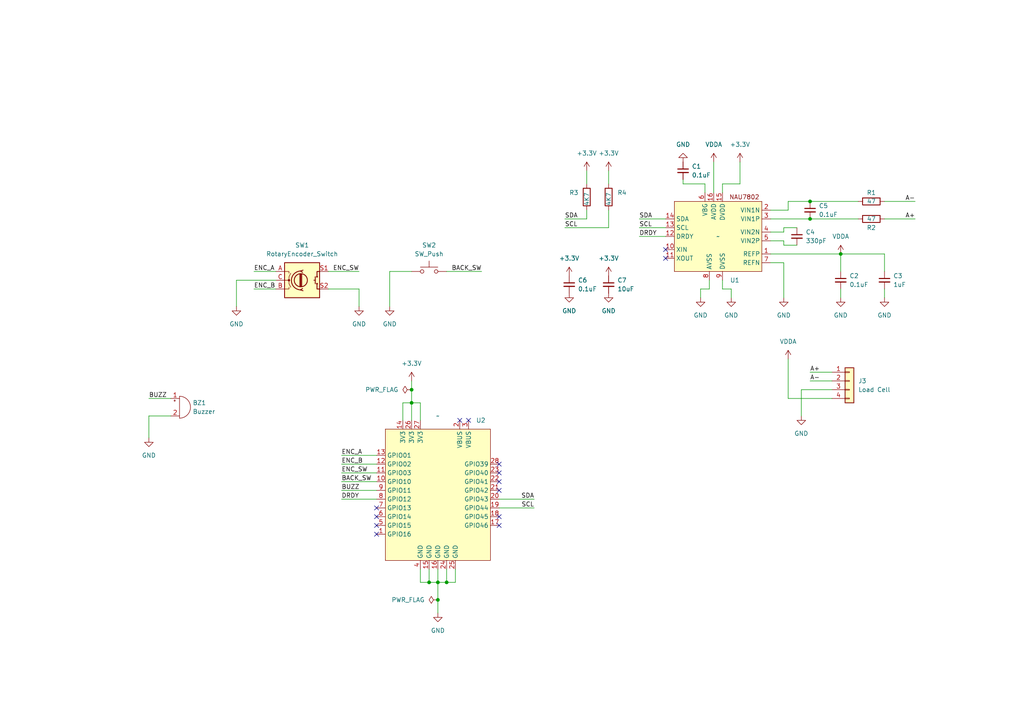
<source format=kicad_sch>
(kicad_sch (version 20230121) (generator eeschema)
  (paper "A4")
  (lib_symbols
    (symbol "Analog_ADC:NAU7802"
      (property "Reference" "U" (at 7.62 13.97 0))
      (symbol "NAU7802_1_1"
        (rectangle (start -12.7 10.16) (end 12.7 -10.16) (fill (type background)))
        (text "NAU7802" (at 7.62 11.43 0) (effects (font (size 1.27 1.27))))
        (pin input line (at 15.24 -5.08 180) (length 2.54) (name "REFP") (number "1"))
        (pin input line (at -15.24 -3.81 0) (length 2.54) (name "XIN") (number "10"))
        (pin output line (at -15.24 -6.35 0) (length 2.54) (name "XOUT") (number "11"))
        (pin output line (at -15.24 0 0) (length 2.54) (name "DRDY") (number "12"))
        (pin input line (at -15.24 2.54 0) (length 2.54) (name "SCL") (number "13"))
        (pin tri_state line (at -15.24 5.08 0) (length 2.54) (name "SDA") (number "14"))
        (pin power_in line (at 1.27 12.7 270) (length 2.54) (name "DVDD") (number "15"))
        (pin power_out line (at -1.27 12.7 270) (length 2.54) (name "AVDD") (number "16"))
        (pin input line (at 15.24 7.62 180) (length 2.54) (name "VIN1N") (number "2"))
        (pin input line (at 15.24 5.08 180) (length 2.54) (name "VIN1P") (number "3"))
        (pin input line (at 15.24 1.27 180) (length 2.54) (name "VIN2N") (number "4"))
        (pin input line (at 15.24 -1.27 180) (length 2.54) (name "VIN2P") (number "5"))
        (pin passive line (at -3.81 12.7 270) (length 2.54) (name "VBG") (number "6"))
        (pin input line (at 15.24 -7.62 180) (length 2.54) (name "REFN") (number "7"))
        (pin power_in line (at -2.54 -12.7 90) (length 2.54) (name "AVSS") (number "8"))
        (pin power_in line (at 1.27 -12.7 90) (length 2.54) (name "DVSS") (number "9"))
      )
    )
    (symbol "Connector_Generic:Conn_01x04" (pin_names (offset 1.016) hide)
      (property "Reference" "J" (at 0 5.08 0))
      (property "Value" "Conn_01x04" (at 0 -7.62 0))
      (symbol "Conn_01x04_1_1"
        (rectangle (start -1.27 -4.953) (end 0 -5.207) (stroke (width 0.1524)))
        (rectangle (start -1.27 -2.413) (end 0 -2.667) (stroke (width 0.1524)))
        (rectangle (start -1.27 0.127) (end 0 -0.127) (stroke (width 0.1524)))
        (rectangle (start -1.27 2.667) (end 0 2.413) (stroke (width 0.1524)))
        (rectangle (start -1.27 3.81) (end 1.27 -6.35) (stroke (width 0.254)) (fill (type background)))
        (pin passive line (at -5.08 2.54 0) (length 3.81) (name "Pin_1") (number "1"))
        (pin passive line (at -5.08 0 0) (length 3.81) (name "Pin_2") (number "2"))
        (pin passive line (at -5.08 -2.54 0) (length 3.81) (name "Pin_3") (number "3"))
        (pin passive line (at -5.08 -5.08 0) (length 3.81) (name "Pin_4") (number "4"))
      )
    )
    (symbol "Device:Buzzer" (pin_names (offset 0.0254) hide)
      (property "Reference" "BZ" (at 3.81 1.27 0))
      (property "Value" "Buzzer" (at 3.81 -1.27 0))
      (symbol "Buzzer_0_1"
        (arc (start 0 -3.175) (mid 3.1612 0) (end 0 3.175))
        (polyline (pts (xy -1.651 1.905) (xy -1.143 1.905)))
        (polyline (pts (xy -1.397 2.159) (xy -1.397 1.651)))
        (polyline (pts (xy 0 3.175) (xy 0 -3.175)))
      )
      (symbol "Buzzer_1_1"
        (pin passive line (at -2.54 2.54 0) (length 2.54) (name "-") (number "1"))
        (pin passive line (at -2.54 -2.54 0) (length 2.54) (name "+") (number "2"))
      )
    )
    (symbol "Device:C_Small" (pin_numbers hide) (pin_names (offset 0.254) hide)
      (property "Reference" "C" (at 0.254 1.778 0))
      (property "Value" "C_Small" (at 0.254 -2.032 0))
      (symbol "C_Small_0_1"
        (polyline (pts (xy -1.524 -0.508) (xy 1.524 -0.508)) (stroke (width 0.3302)))
        (polyline (pts (xy -1.524 0.508) (xy 1.524 0.508)) (stroke (width 0.3048)))
      )
      (symbol "C_Small_1_1"
        (pin passive line (at 0 2.54 270) (length 2.032) (name "~") (number "1"))
        (pin passive line (at 0 -2.54 90) (length 2.032) (name "~") (number "2"))
      )
    )
    (symbol "Device:R" (pin_numbers hide) (pin_names (offset 0))
      (property "Reference" "R" (at 2.032 0 90))
      (property "Value" "R" (at 0 0 90))
      (symbol "R_0_1"
        (rectangle (start -1.016 -2.54) (end 1.016 2.54) (stroke (width 0.254)))
      )
      (symbol "R_1_1"
        (pin passive line (at 0 3.81 270) (length 1.27) (name "~") (number "1"))
        (pin passive line (at 0 -3.81 90) (length 1.27) (name "~") (number "2"))
      )
    )
    (symbol "Device:RotaryEncoder_Switch" (pin_names (offset 0.254) hide)
      (property "Reference" "SW" (at 0 6.604 0))
      (property "Value" "RotaryEncoder_Switch" (at 0 -6.604 0))
      (symbol "RotaryEncoder_Switch_0_1"
        (rectangle (start -5.08 5.08) (end 5.08 -5.08) (stroke (width 0.254)) (fill (type background)))
        (circle (center -3.81 0) (radius 0.254) (fill (type outline)))
        (circle (center -0.381 0) (radius 1.905) (stroke (width 0.254)))
        (arc (start -0.381 2.667) (mid -3.0988 -0.0635) (end -0.381 -2.794) (stroke (width 0.254)))
        (polyline (pts (xy -0.635 -1.778) (xy -0.635 1.778)) (stroke (width 0.254)))
        (polyline (pts (xy -0.381 -1.778) (xy -0.381 1.778)) (stroke (width 0.254)))
        (polyline (pts (xy -0.127 1.778) (xy -0.127 -1.778)) (stroke (width 0.254)))
        (polyline (pts (xy 3.81 0) (xy 3.429 0)) (stroke (width 0.254)))
        (polyline (pts (xy 3.81 1.016) (xy 3.81 -1.016)) (stroke (width 0.254)))
        (polyline (pts (xy -5.08 -2.54) (xy -3.81 -2.54) (xy -3.81 -2.032)))
        (polyline (pts (xy -5.08 2.54) (xy -3.81 2.54) (xy -3.81 2.032)))
        (polyline (pts (xy 0.254 -3.048) (xy -0.508 -2.794) (xy 0.127 -2.413)) (stroke (width 0.254)))
        (polyline (pts (xy 0.254 2.921) (xy -0.508 2.667) (xy 0.127 2.286)) (stroke (width 0.254)))
        (polyline (pts (xy 5.08 -2.54) (xy 4.318 -2.54) (xy 4.318 -1.016)) (stroke (width 0.254)))
        (polyline (pts (xy 5.08 2.54) (xy 4.318 2.54) (xy 4.318 1.016)) (stroke (width 0.254)))
        (polyline (pts (xy -5.08 0) (xy -3.81 0) (xy -3.81 -1.016) (xy -3.302 -2.032)))
        (polyline (pts (xy -4.318 0) (xy -3.81 0) (xy -3.81 1.016) (xy -3.302 2.032)))
        (circle (center 4.318 -1.016) (radius 0.127) (stroke (width 0.254)))
        (circle (center 4.318 1.016) (radius 0.127) (stroke (width 0.254)))
      )
      (symbol "RotaryEncoder_Switch_1_1"
        (pin passive line (at -7.62 2.54 0) (length 2.54) (name "A") (number "A"))
        (pin passive line (at -7.62 -2.54 0) (length 2.54) (name "B") (number "B"))
        (pin passive line (at -7.62 0 0) (length 2.54) (name "C") (number "C"))
        (pin passive line (at 7.62 2.54 180) (length 2.54) (name "S1") (number "S1"))
        (pin passive line (at 7.62 -2.54 180) (length 2.54) (name "S2") (number "S2"))
      )
    )
    (symbol "MCU_Module:LilyGo_T-Display-S3-AMOLED"
      (property "Reference" "U" (at 0 0 0))
      (symbol "LilyGo_T-Display-S3-AMOLED_1_1"
        (rectangle (start -15.24 -3.81) (end 15.24 -41.91) (fill (type background)))
        (pin bidirectional line (at -17.78 -34.29 0) (length 2.54) (name "GPIO16") (number "1"))
        (pin bidirectional line (at -17.78 -19.05 0) (length 2.54) (name "GPIO10") (number "10"))
        (pin bidirectional line (at -17.78 -16.51 0) (length 2.54) (name "GPIO03") (number "11"))
        (pin bidirectional line (at -17.78 -13.97 0) (length 2.54) (name "GPIO02") (number "12"))
        (pin bidirectional line (at -17.78 -11.43 0) (length 2.54) (name "GPIO01") (number "13"))
        (pin power_in line (at -10.16 -1.27 270) (length 2.54) (name "3V3") (number "14"))
        (pin power_in line (at -2.54 -44.45 90) (length 2.54) (name "GND") (number "15"))
        (pin power_in line (at 0 -44.45 90) (length 2.54) (name "GND") (number "16"))
        (pin bidirectional line (at 17.78 -31.75 180) (length 2.54) (name "GPIO46") (number "17"))
        (pin bidirectional line (at 17.78 -29.21 180) (length 2.54) (name "GPIO45") (number "18"))
        (pin bidirectional line (at 17.78 -26.67 180) (length 2.54) (name "GPIO44") (number "19"))
        (pin power_in line (at 6.35 -1.27 270) (length 2.54) (name "VBUS") (number "2"))
        (pin bidirectional line (at 17.78 -24.13 180) (length 2.54) (name "GPIO43") (number "20"))
        (pin bidirectional line (at 17.78 -21.59 180) (length 2.54) (name "GPIO42") (number "21"))
        (pin bidirectional line (at 17.78 -19.05 180) (length 2.54) (name "GPIO41") (number "22"))
        (pin bidirectional line (at 17.78 -16.51 180) (length 2.54) (name "GPIO40") (number "23"))
        (pin power_in line (at 2.54 -44.45 90) (length 2.54) (name "GND") (number "24"))
        (pin power_in line (at 5.08 -44.45 90) (length 2.54) (name "GND") (number "25"))
        (pin power_in line (at -7.62 -1.27 270) (length 2.54) (name "3V3") (number "26"))
        (pin power_in line (at -5.08 -1.27 270) (length 2.54) (name "3V3") (number "27"))
        (pin bidirectional line (at 17.78 -13.97 180) (length 2.54) (name "GPIO39") (number "28"))
        (pin power_in line (at 8.89 -1.27 270) (length 2.54) (name "VBUS") (number "3"))
        (pin power_in line (at -5.08 -44.45 90) (length 2.54) (name "GND") (number "4"))
        (pin bidirectional line (at -17.78 -31.75 0) (length 2.54) (name "GPIO15") (number "5"))
        (pin bidirectional line (at -17.78 -29.21 0) (length 2.54) (name "GPIO14") (number "6"))
        (pin bidirectional line (at -17.78 -26.67 0) (length 2.54) (name "GPIO13") (number "7"))
        (pin bidirectional line (at -17.78 -24.13 0) (length 2.54) (name "GPIO12") (number "8"))
        (pin bidirectional line (at -17.78 -21.59 0) (length 2.54) (name "GPIO11") (number "9"))
      )
    )
    (symbol "Switch:SW_Push" (pin_numbers hide) (pin_names (offset 1.016) hide)
      (property "Reference" "SW" (at 1.27 2.54 0))
      (property "Value" "SW_Push" (at 0 -1.524 0))
      (symbol "SW_Push_0_1"
        (circle (center -2.032 0) (radius 0.508))
        (polyline (pts (xy 0 1.27) (xy 0 3.048)))
        (polyline (pts (xy 2.54 1.27) (xy -2.54 1.27)))
        (circle (center 2.032 0) (radius 0.508))
        (pin passive line (at -5.08 0 0) (length 2.54) (name "1") (number "1"))
        (pin passive line (at 5.08 0 180) (length 2.54) (name "2") (number "2"))
      )
    )
    (symbol "power:+3.3V" (power) (pin_names (offset 0))
      (property "Value" "+3.3V" (at 0 3.556 0))
      (symbol "+3.3V_0_1"
        (polyline (pts (xy -0.762 1.27) (xy 0 2.54)))
        (polyline (pts (xy 0 0) (xy 0 2.54)))
        (polyline (pts (xy 0 2.54) (xy 0.762 1.27)))
      )
      (symbol "+3.3V_1_1"
        (pin power_in line (at 0 0 90) (length 0) hide (name "+3.3V") (number "1"))
      )
    )
    (symbol "power:GND" (power) (pin_names (offset 0))
      (property "Value" "GND" (at 0 -3.81 0))
      (symbol "GND_0_1"
        (polyline (pts (xy 0 0) (xy 0 -1.27) (xy 1.27 -1.27) (xy 0 -2.54) (xy -1.27 -1.27) (xy 0 -1.27)))
      )
      (symbol "GND_1_1"
        (pin power_in line (at 0 0 270) (length 0) hide (name "GND") (number "1"))
      )
    )
    (symbol "power:PWR_FLAG" (power) (pin_numbers hide) (pin_names (offset 0) hide)
      (property "Value" "PWR_FLAG" (at 0 3.81 0))
      (symbol "PWR_FLAG_0_0"
        (pin power_out line (at 0 0 90) (length 0) (name "pwr") (number "1"))
      )
      (symbol "PWR_FLAG_0_1"
        (polyline (pts (xy 0 0) (xy 0 1.27) (xy -1.016 1.905) (xy 0 2.54) (xy 1.016 1.905) (xy 0 1.27)))
      )
    )
    (symbol "power:VDDA" (power) (pin_names (offset 0))
      (property "Value" "VDDA" (at 0 3.81 0))
      (symbol "VDDA_0_1"
        (polyline (pts (xy -0.762 1.27) (xy 0 2.54)))
        (polyline (pts (xy 0 0) (xy 0 2.54)))
        (polyline (pts (xy 0 2.54) (xy 0.762 1.27)))
      )
      (symbol "VDDA_1_1"
        (pin power_in line (at 0 0 90) (length 0) hide (name "VDDA") (number "1"))
      )
    )
  )
  (junction (at 119.38 116.84))
  (junction (at 234.95 63.5))
  (junction (at 119.38 113.03))
  (junction (at 127 168.91))
  (junction (at 124.46 168.91))
  (junction (at 127 173.99))
  (junction (at 129.54 168.91))
  (junction (at 243.84 73.66))
  (junction (at 234.95 58.42))
  (no_connect (at 133.35 121.92))
  (no_connect (at 193.04 74.93))
  (no_connect (at 144.78 134.62))
  (no_connect (at 109.22 149.86))
  (no_connect (at 144.78 152.4))
  (no_connect (at 135.89 121.92))
  (no_connect (at 109.22 147.32))
  (no_connect (at 109.22 152.4))
  (no_connect (at 144.78 149.86))
  (no_connect (at 144.78 137.16))
  (no_connect (at 144.78 142.24))
  (no_connect (at 144.78 139.7))
  (no_connect (at 193.04 72.39))
  (no_connect (at 109.22 154.94))
  (wire (pts (xy 228.6 115.57) (xy 228.6 104.14)))
  (wire (pts (xy 223.52 60.96) (xy 228.6 60.96)))
  (wire (pts (xy 228.6 115.57) (xy 241.3 115.57)))
  (wire (pts (xy 68.58 81.28) (xy 68.58 88.9)))
  (wire (pts (xy 119.38 113.03) (xy 119.38 116.84)))
  (wire (pts (xy 223.52 76.2) (xy 227.33 76.2)))
  (wire (pts (xy 121.92 116.84) (xy 119.38 116.84)))
  (wire (pts (xy 185.42 63.5) (xy 193.04 63.5)))
  (wire (pts (xy 223.52 73.66) (xy 243.84 73.66)))
  (wire (pts (xy 119.38 78.74) (xy 113.03 78.74)))
  (wire (pts (xy 205.74 81.28) (xy 205.74 83.82)))
  (wire (pts (xy 234.95 107.95) (xy 241.3 107.95)))
  (wire (pts (xy 227.33 67.31) (xy 227.33 66.04)))
  (wire (pts (xy 99.06 134.62) (xy 109.22 134.62)))
  (wire (pts (xy 163.83 63.5) (xy 170.18 63.5)))
  (wire (pts (xy 227.33 66.04) (xy 231.14 66.04)))
  (wire (pts (xy 176.53 66.04) (xy 176.53 60.96)))
  (wire (pts (xy 119.38 110.49) (xy 119.38 113.03)))
  (wire (pts (xy 207.01 46.99) (xy 207.01 55.88)))
  (wire (pts (xy 209.55 83.82) (xy 212.09 83.82)))
  (wire (pts (xy 234.95 63.5) (xy 248.92 63.5)))
  (wire (pts (xy 227.33 69.85) (xy 227.33 71.12)))
  (wire (pts (xy 214.63 53.34) (xy 214.63 46.99)))
  (wire (pts (xy 113.03 78.74) (xy 113.03 88.9)))
  (wire (pts (xy 124.46 168.91) (xy 127 168.91)))
  (wire (pts (xy 73.66 83.82) (xy 80.01 83.82)))
  (wire (pts (xy 205.74 83.82) (xy 203.2 83.82)))
  (wire (pts (xy 144.78 144.78) (xy 154.94 144.78)))
  (wire (pts (xy 223.52 63.5) (xy 234.95 63.5)))
  (wire (pts (xy 129.54 165.1) (xy 129.54 168.91)))
  (wire (pts (xy 104.14 83.82) (xy 104.14 88.9)))
  (wire (pts (xy 176.53 49.53) (xy 176.53 53.34)))
  (wire (pts (xy 121.92 168.91) (xy 124.46 168.91)))
  (wire (pts (xy 209.55 81.28) (xy 209.55 83.82)))
  (wire (pts (xy 127 165.1) (xy 127 168.91)))
  (wire (pts (xy 170.18 49.53) (xy 170.18 53.34)))
  (wire (pts (xy 228.6 58.42) (xy 234.95 58.42)))
  (wire (pts (xy 99.06 142.24) (xy 109.22 142.24)))
  (wire (pts (xy 144.78 147.32) (xy 154.94 147.32)))
  (wire (pts (xy 232.41 113.03) (xy 241.3 113.03)))
  (wire (pts (xy 209.55 53.34) (xy 214.63 53.34)))
  (wire (pts (xy 243.84 83.82) (xy 243.84 86.36)))
  (wire (pts (xy 127 168.91) (xy 129.54 168.91)))
  (wire (pts (xy 163.83 66.04) (xy 176.53 66.04)))
  (wire (pts (xy 256.54 83.82) (xy 256.54 86.36)))
  (wire (pts (xy 232.41 113.03) (xy 232.41 120.65)))
  (wire (pts (xy 185.42 68.58) (xy 193.04 68.58)))
  (wire (pts (xy 234.95 110.49) (xy 241.3 110.49)))
  (wire (pts (xy 223.52 67.31) (xy 227.33 67.31)))
  (wire (pts (xy 73.66 78.74) (xy 80.01 78.74)))
  (wire (pts (xy 256.54 63.5) (xy 265.43 63.5)))
  (wire (pts (xy 99.06 144.78) (xy 109.22 144.78)))
  (wire (pts (xy 170.18 63.5) (xy 170.18 60.96)))
  (wire (pts (xy 116.84 116.84) (xy 119.38 116.84)))
  (wire (pts (xy 209.55 55.88) (xy 209.55 53.34)))
  (wire (pts (xy 121.92 121.92) (xy 121.92 116.84)))
  (wire (pts (xy 99.06 139.7) (xy 109.22 139.7)))
  (wire (pts (xy 223.52 69.85) (xy 227.33 69.85)))
  (wire (pts (xy 119.38 116.84) (xy 119.38 121.92)))
  (wire (pts (xy 198.12 53.34) (xy 204.47 53.34)))
  (wire (pts (xy 99.06 137.16) (xy 109.22 137.16)))
  (wire (pts (xy 212.09 83.82) (xy 212.09 86.36)))
  (wire (pts (xy 129.54 78.74) (xy 139.7 78.74)))
  (wire (pts (xy 256.54 73.66) (xy 256.54 78.74)))
  (wire (pts (xy 256.54 58.42) (xy 265.43 58.42)))
  (wire (pts (xy 80.01 81.28) (xy 68.58 81.28)))
  (wire (pts (xy 198.12 52.07) (xy 198.12 53.34)))
  (wire (pts (xy 243.84 73.66) (xy 256.54 73.66)))
  (wire (pts (xy 116.84 121.92) (xy 116.84 116.84)))
  (wire (pts (xy 129.54 168.91) (xy 132.08 168.91)))
  (wire (pts (xy 121.92 165.1) (xy 121.92 168.91)))
  (wire (pts (xy 227.33 76.2) (xy 227.33 86.36)))
  (wire (pts (xy 127 168.91) (xy 127 173.99)))
  (wire (pts (xy 227.33 71.12) (xy 231.14 71.12)))
  (wire (pts (xy 204.47 53.34) (xy 204.47 55.88)))
  (wire (pts (xy 43.18 120.65) (xy 49.53 120.65)))
  (wire (pts (xy 127 173.99) (xy 127 177.8)))
  (wire (pts (xy 132.08 165.1) (xy 132.08 168.91)))
  (wire (pts (xy 203.2 83.82) (xy 203.2 86.36)))
  (wire (pts (xy 43.18 115.57) (xy 49.53 115.57)))
  (wire (pts (xy 124.46 165.1) (xy 124.46 168.91)))
  (wire (pts (xy 95.25 78.74) (xy 104.14 78.74)))
  (wire (pts (xy 228.6 60.96) (xy 228.6 58.42)))
  (wire (pts (xy 43.18 120.65) (xy 43.18 127)))
  (wire (pts (xy 99.06 132.08) (xy 109.22 132.08)))
  (wire (pts (xy 234.95 58.42) (xy 248.92 58.42)))
  (wire (pts (xy 95.25 83.82) (xy 104.14 83.82)))
  (wire (pts (xy 185.42 66.04) (xy 193.04 66.04)))
  (wire (pts (xy 243.84 73.66) (xy 243.84 78.74)))
  (label "ENC_A" (at 73.66 78.74 0))
  (label "A+" (at 265.43 63.5 180))
  (label "BUZZ" (at 99.06 142.24 0))
  (label "SDA" (at 185.42 63.5 0))
  (label "A-" (at 265.43 58.42 180))
  (label "ENC_SW" (at 99.06 137.16 0))
  (label "SCL" (at 154.94 147.32 180))
  (label "SCL" (at 163.83 66.04 0))
  (label "A-" (at 234.95 110.49 0))
  (label "ENC_SW" (at 104.14 78.74 180))
  (label "SCL" (at 185.42 66.04 0))
  (label "BACK_SW" (at 139.7 78.74 180))
  (label "DRDY" (at 99.06 144.78 0))
  (label "ENC_B" (at 73.66 83.82 0))
  (label "ENC_B" (at 99.06 134.62 0))
  (label "A+" (at 234.95 107.95 0))
  (label "BACK_SW" (at 99.06 139.7 0))
  (label "BUZZ" (at 43.18 115.57 0))
  (label "SDA" (at 154.94 144.78 180))
  (label "ENC_A" (at 99.06 132.08 0))
  (label "DRDY" (at 185.42 68.58 0))
  (label "SDA" (at 163.83 63.5 0))
  (symbol (lib_id "Device:Buzzer") (at 52.07 118.11 0) (unit 1)
    (property "Reference" "BZ1" (at 55.88 116.84 0) (effects (justify left)))
    (property "Value" "Buzzer" (at 55.88 119.38 0) (effects (justify left)))
    (property "Footprint" "Buzzer_Beeper:Buzzer_TDK_PS1240P02BT_D12.2mm_H6.5mm" (effects hide))
  )
  (symbol (lib_id "power:VDDA") (at 243.84 73.66 0) (unit 1)
    (property "Reference" "#PWR013" (effects hide))
    (property "Value" "VDDA" (at 243.84 68.58 0))
  )
  (symbol (lib_id "Device:C_Small") (at 243.84 81.28 0) (unit 1)
    (property "Reference" "C2" (at 246.38 80.0163 0) (effects (justify left)))
    (property "Value" "0.1uF" (at 246.38 82.5563 0) (effects (justify left)))
    (property "Footprint" "Capacitor_SMD:C_0805_2012Metric" (effects hide))
  )
  (symbol (lib_id "power:GND") (at 203.2 86.36 0) (unit 1)
    (property "Reference" "#PWR08" (effects hide))
    (property "Value" "GND" (at 203.2 91.44 0))
  )
  (symbol (lib_id "Analog_ADC:NAU7802") (at 208.28 68.58 0) (unit 1)
    (property "Reference" "U1" (at 211.7441 81.28 0) (effects (justify left)))
    (property "Value" "~" (at 208.28 68.58 0))
    (property "Footprint" "Package_SO:SOP-16_3.9x9.9mm_P1.27mm" (effects hide))
  )
  (symbol (lib_id "power:+3.3V") (at 119.38 110.49 0) (unit 1)
    (property "Reference" "#PWR027" (effects hide))
    (property "Value" "+3.3V" (at 119.38 105.41 0))
  )
  (symbol (lib_id "power:GND") (at 232.41 120.65 0) (unit 1)
    (property "Reference" "#PWR026" (effects hide))
    (property "Value" "GND" (at 232.41 125.73 0))
  )
  (symbol (lib_id "power:GND") (at 43.18 127 0) (unit 1)
    (property "Reference" "#PWR024" (effects hide))
    (property "Value" "GND" (at 43.18 132.08 0))
  )
  (symbol (lib_id "power:GND") (at 113.03 88.9 0) (unit 1)
    (property "Reference" "#PWR017" (effects hide))
    (property "Value" "GND" (at 113.03 93.98 0))
  )
  (symbol (lib_id "power:PWR_FLAG") (at 127 173.99 90) (unit 1)
    (property "Reference" "#FLG02" (effects hide))
    (property "Value" "PWR_FLAG" (at 123.19 173.99 90) (effects (justify left)))
  )
  (symbol (lib_id "power:GND") (at 127 177.8 0) (unit 1)
    (property "Reference" "#PWR028" (effects hide))
    (property "Value" "GND" (at 127 182.88 0))
  )
  (symbol (lib_id "power:+3.3V") (at 170.18 49.53 0) (unit 1)
    (property "Reference" "#PWR022" (effects hide))
    (property "Value" "+3.3V" (at 170.18 44.45 0))
  )
  (symbol (lib_id "power:GND") (at 165.1 85.09 0) (unit 1)
    (property "Reference" "#PWR018" (effects hide))
    (property "Value" "GND" (at 165.1 90.17 0))
  )
  (symbol (lib_id "Device:C_Small") (at 198.12 49.53 0) (unit 1)
    (property "Reference" "C1" (at 200.66 48.2663 0) (effects (justify left)))
    (property "Value" "0.1uF" (at 200.66 50.8063 0) (effects (justify left)))
    (property "Footprint" "Capacitor_SMD:C_0805_2012Metric" (effects hide))
  )
  (symbol (lib_id "power:+3.3V") (at 165.1 80.01 0) (unit 1)
    (property "Reference" "#PWR020" (effects hide))
    (property "Value" "+3.3V" (at 165.1 74.93 0))
  )
  (symbol (lib_id "Device:R") (at 176.53 57.15 0) (unit 1)
    (property "Reference" "R4" (at 179.07 55.88 0) (effects (justify left)))
    (property "Value" "4K7" (at 176.53 59.69 90) (effects (justify left)))
    (property "Footprint" "Resistor_SMD:R_0805_2012Metric" (effects hide))
  )
  (symbol (lib_id "power:GND") (at 198.12 46.99 180) (unit 1)
    (property "Reference" "#PWR07" (effects hide))
    (property "Value" "GND" (at 198.12 41.91 0))
  )
  (symbol (lib_id "power:GND") (at 104.14 88.9 0) (unit 1)
    (property "Reference" "#PWR016" (effects hide))
    (property "Value" "GND" (at 104.14 93.98 0))
  )
  (symbol (lib_id "power:GND") (at 227.33 86.36 0) (unit 1)
    (property "Reference" "#PWR010" (effects hide))
    (property "Value" "GND" (at 227.33 91.44 0))
  )
  (symbol (lib_id "power:GND") (at 212.09 86.36 0) (unit 1)
    (property "Reference" "#PWR09" (effects hide))
    (property "Value" "GND" (at 212.09 91.44 0))
  )
  (symbol (lib_id "power:+3.3V") (at 214.63 46.99 0) (unit 1)
    (property "Reference" "#PWR06" (effects hide))
    (property "Value" "+3.3V" (at 214.63 41.91 0))
  )
  (symbol (lib_id "power:VDDA") (at 207.01 46.99 0) (unit 1)
    (property "Reference" "#PWR05" (effects hide))
    (property "Value" "VDDA" (at 207.01 41.91 0))
  )
  (symbol (lib_id "Connector_Generic:Conn_01x04") (at 246.38 110.49 0) (unit 1)
    (property "Reference" "J3" (at 248.92 110.49 0) (effects (justify left)))
    (property "Value" "Load Cell" (at 248.92 113.03 0) (effects (justify left)))
    (property "Footprint" "Connector_PinHeader_2.54mm:PinHeader_1x04_P2.54mm_Vertical" (effects hide))
  )
  (symbol (lib_id "power:VDDA") (at 228.6 104.14 0) (unit 1)
    (property "Reference" "#PWR025" (effects hide))
    (property "Value" "VDDA" (at 228.6 99.06 0))
  )
  (symbol (lib_id "Device:RotaryEncoder_Switch") (at 87.63 81.28 0) (unit 1)
    (property "Reference" "SW1" (at 87.63 71.12 0))
    (property "Value" "RotaryEncoder_Switch" (at 87.63 73.66 0))
    (property "Footprint" "Rotary_Encoder:RotaryEncoder_Bourns_Vertical_PEC12R-3xxxF-Sxxxx" (effects hide))
  )
  (symbol (lib_id "power:+3.3V") (at 176.53 49.53 0) (unit 1)
    (property "Reference" "#PWR023" (effects hide))
    (property "Value" "+3.3V" (at 176.53 44.45 0))
  )
  (symbol (lib_id "Device:R") (at 252.73 58.42 90) (unit 1)
    (property "Reference" "R1" (at 252.73 55.88 90))
    (property "Value" "47" (at 252.73 58.42 90))
    (property "Footprint" "Resistor_SMD:R_0805_2012Metric" (effects hide))
  )
  (symbol (lib_id "power:GND") (at 68.58 88.9 0) (unit 1)
    (property "Reference" "#PWR015" (effects hide))
    (property "Value" "GND" (at 68.58 93.98 0))
  )
  (symbol (lib_id "Device:C_Small") (at 256.54 81.28 0) (unit 1)
    (property "Reference" "C3" (at 259.08 80.0163 0) (effects (justify left)))
    (property "Value" "1uF" (at 259.08 82.5563 0) (effects (justify left)))
    (property "Footprint" "Capacitor_SMD:C_0805_2012Metric" (effects hide))
  )
  (symbol (lib_id "power:GND") (at 256.54 86.36 0) (unit 1)
    (property "Reference" "#PWR012" (effects hide))
    (property "Value" "GND" (at 256.54 91.44 0))
  )
  (symbol (lib_id "Device:C_Small") (at 231.14 68.58 0) (unit 1)
    (property "Reference" "C4" (at 233.68 67.3163 0) (effects (justify left)))
    (property "Value" "330pF" (at 233.68 69.8563 0) (effects (justify left)))
    (property "Footprint" "Capacitor_SMD:C_0805_2012Metric" (effects hide))
  )
  (symbol (lib_id "power:GND") (at 176.53 85.09 0) (unit 1)
    (property "Reference" "#PWR019" (effects hide))
    (property "Value" "GND" (at 176.53 90.17 0))
  )
  (symbol (lib_id "power:GND") (at 243.84 86.36 0) (unit 1)
    (property "Reference" "#PWR011" (effects hide))
    (property "Value" "GND" (at 243.84 91.44 0))
  )
  (symbol (lib_id "power:+3.3V") (at 176.53 80.01 0) (unit 1)
    (property "Reference" "#PWR021" (effects hide))
    (property "Value" "+3.3V" (at 176.53 74.93 0))
  )
  (symbol (lib_id "Device:C_Small") (at 176.53 82.55 0) (unit 1)
    (property "Reference" "C7" (at 179.07 81.2863 0) (effects (justify left)))
    (property "Value" "10uF" (at 179.07 83.8263 0) (effects (justify left)))
    (property "Footprint" "Capacitor_SMD:C_1206_3216Metric" (effects hide))
  )
  (symbol (lib_id "Device:R") (at 170.18 57.15 0) (unit 1)
    (property "Reference" "R3" (at 165.1 55.88 0) (effects (justify left)))
    (property "Value" "4K7" (at 170.18 59.69 90) (effects (justify left)))
    (property "Footprint" "Resistor_SMD:R_0805_2012Metric" (effects hide))
  )
  (symbol (lib_id "MCU_Module:LilyGo_T-Display-S3-AMOLED") (at 127 120.65 0) (unit 1)
    (property "Reference" "U2" (at 138.0841 121.92 0) (effects (justify left)))
    (property "Value" "~" (at 127 120.65 0))
    (property "Footprint" "Module:LilyGo_T-Display-S3-AMOLED" (effects hide))
  )
  (symbol (lib_id "power:PWR_FLAG") (at 119.38 113.03 90) (unit 1)
    (property "Reference" "#FLG01" (effects hide))
    (property "Value" "PWR_FLAG" (at 115.57 113.03 90) (effects (justify left)))
  )
  (symbol (lib_id "Device:C_Small") (at 234.95 60.96 0) (unit 1)
    (property "Reference" "C5" (at 237.49 59.6963 0) (effects (justify left)))
    (property "Value" "0.1uF" (at 237.49 62.2363 0) (effects (justify left)))
    (property "Footprint" "Capacitor_SMD:C_0805_2012Metric" (effects hide))
  )
  (symbol (lib_id "Device:R") (at 252.73 63.5 90) (unit 1)
    (property "Reference" "R2" (at 252.73 66.04 90))
    (property "Value" "47" (at 252.73 63.5 90))
    (property "Footprint" "Resistor_SMD:R_0805_2012Metric" (effects hide))
  )
  (symbol (lib_id "Switch:SW_Push") (at 124.46 78.74 0) (unit 1)
    (property "Reference" "SW2" (at 124.46 71.12 0))
    (property "Value" "SW_Push" (at 124.46 73.66 0))
    (property "Footprint" "Button_Switch_THT:SW_PUSH-12mm" (effects hide))
  )
  (symbol (lib_id "Device:C_Small") (at 165.1 82.55 0) (unit 1)
    (property "Reference" "C6" (at 167.64 81.2863 0) (effects (justify left)))
    (property "Value" "0.1uF" (at 167.64 83.8263 0) (effects (justify left)))
    (property "Footprint" "Capacitor_SMD:C_0805_2012Metric" (effects hide))
  )
)
</source>
